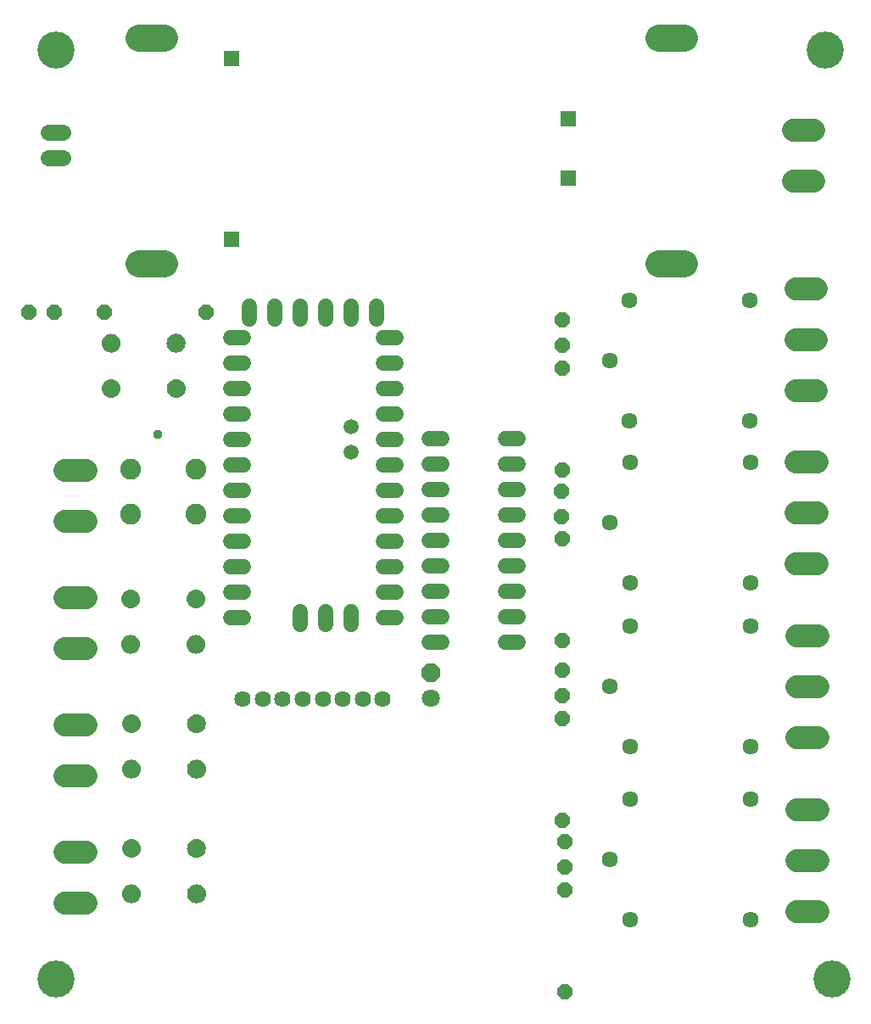
<source format=gbr>
G04 EAGLE Gerber RS-274X export*
G75*
%MOMM*%
%FSLAX34Y34*%
%LPD*%
%INSoldermask Bottom*%
%IPPOS*%
%AMOC8*
5,1,8,0,0,1.08239X$1,22.5*%
G01*
%ADD10C,3.703200*%
%ADD11P,1.951982X8X112.500000*%
%ADD12C,1.803400*%
%ADD13C,2.743200*%
%ADD14P,1.649562X8X112.500000*%
%ADD15P,1.649562X8X292.500000*%
%ADD16C,2.082800*%
%ADD17C,1.625600*%
%ADD18C,1.511200*%
%ADD19C,1.511200*%
%ADD20R,1.511200X1.511200*%
%ADD21C,1.524000*%
%ADD22P,1.649562X8X202.500000*%
%ADD23P,1.649562X8X22.500000*%
%ADD24C,2.298700*%
%ADD25C,1.625600*%
%ADD26C,1.611200*%
%ADD27C,0.959600*%

G36*
X164654Y662818D02*
X164654Y662818D01*
X164675Y662816D01*
X166366Y662968D01*
X166412Y662981D01*
X166488Y662991D01*
X168117Y663470D01*
X168145Y663484D01*
X168166Y663488D01*
X168191Y663502D01*
X168232Y663517D01*
X169736Y664304D01*
X169775Y664333D01*
X169840Y664372D01*
X171162Y665438D01*
X171194Y665474D01*
X171251Y665525D01*
X172340Y666828D01*
X172363Y666869D01*
X172410Y666930D01*
X173223Y668421D01*
X173238Y668466D01*
X173272Y668535D01*
X173779Y670155D01*
X173785Y670203D01*
X173804Y670277D01*
X173985Y671960D01*
X174010Y672158D01*
X174007Y672209D01*
X174011Y672300D01*
X173838Y674009D01*
X173825Y674055D01*
X173813Y674131D01*
X173310Y675773D01*
X173288Y675816D01*
X173262Y675888D01*
X172448Y677401D01*
X172418Y677438D01*
X172378Y677504D01*
X171285Y678828D01*
X171248Y678860D01*
X171197Y678916D01*
X169866Y680002D01*
X169823Y680025D01*
X169762Y680071D01*
X168245Y680876D01*
X168199Y680891D01*
X168130Y680923D01*
X167277Y681179D01*
X166484Y681417D01*
X166437Y681423D01*
X166362Y681441D01*
X164775Y681593D01*
X164758Y681600D01*
X164664Y681641D01*
X164654Y681641D01*
X164646Y681645D01*
X164459Y681656D01*
X162780Y681503D01*
X162733Y681490D01*
X162658Y681480D01*
X161041Y681002D01*
X160998Y680981D01*
X160926Y680956D01*
X159434Y680172D01*
X159396Y680142D01*
X159330Y680104D01*
X158019Y679044D01*
X157988Y679008D01*
X157931Y678957D01*
X156852Y677662D01*
X156828Y677620D01*
X156782Y677559D01*
X155976Y676078D01*
X155961Y676033D01*
X155928Y675964D01*
X155427Y674355D01*
X155421Y674307D01*
X155402Y674233D01*
X155227Y672580D01*
X155180Y672324D01*
X155180Y672302D01*
X155173Y672142D01*
X155358Y670425D01*
X155371Y670378D01*
X155383Y670303D01*
X155899Y668654D01*
X155921Y668611D01*
X155947Y668540D01*
X156775Y667023D01*
X156805Y666985D01*
X156845Y666920D01*
X157953Y665594D01*
X157989Y665563D01*
X158041Y665507D01*
X159386Y664423D01*
X159428Y664400D01*
X159490Y664354D01*
X161021Y663553D01*
X161067Y663539D01*
X161136Y663507D01*
X162793Y663019D01*
X162841Y663014D01*
X162916Y662996D01*
X164384Y662864D01*
X164412Y662848D01*
X164451Y662842D01*
X164488Y662827D01*
X164584Y662822D01*
X164634Y662814D01*
X164654Y662818D01*
G37*
G36*
X99630Y662793D02*
X99630Y662793D01*
X99651Y662791D01*
X101342Y662943D01*
X101388Y662956D01*
X101464Y662966D01*
X103093Y663445D01*
X103121Y663459D01*
X103142Y663463D01*
X103167Y663477D01*
X103208Y663492D01*
X104712Y664279D01*
X104751Y664308D01*
X104816Y664347D01*
X106138Y665413D01*
X106170Y665449D01*
X106227Y665500D01*
X107316Y666803D01*
X107339Y666844D01*
X107386Y666905D01*
X108199Y668396D01*
X108214Y668441D01*
X108248Y668510D01*
X108755Y670130D01*
X108761Y670178D01*
X108780Y670252D01*
X108961Y671935D01*
X108986Y672133D01*
X108983Y672184D01*
X108987Y672275D01*
X108814Y673984D01*
X108801Y674030D01*
X108789Y674106D01*
X108286Y675748D01*
X108264Y675791D01*
X108238Y675863D01*
X107424Y677376D01*
X107394Y677413D01*
X107354Y677479D01*
X106261Y678803D01*
X106224Y678835D01*
X106173Y678891D01*
X104842Y679977D01*
X104799Y680000D01*
X104738Y680046D01*
X103221Y680851D01*
X103175Y680866D01*
X103106Y680898D01*
X102253Y681154D01*
X101460Y681392D01*
X101413Y681398D01*
X101338Y681416D01*
X99751Y681568D01*
X99734Y681575D01*
X99640Y681616D01*
X99630Y681616D01*
X99622Y681620D01*
X99435Y681631D01*
X97756Y681478D01*
X97709Y681465D01*
X97634Y681455D01*
X96017Y680977D01*
X95974Y680956D01*
X95902Y680931D01*
X94410Y680147D01*
X94372Y680117D01*
X94306Y680079D01*
X92995Y679019D01*
X92964Y678983D01*
X92907Y678932D01*
X91828Y677637D01*
X91804Y677595D01*
X91758Y677534D01*
X90952Y676053D01*
X90937Y676008D01*
X90904Y675939D01*
X90403Y674330D01*
X90397Y674282D01*
X90378Y674208D01*
X90203Y672555D01*
X90156Y672299D01*
X90156Y672277D01*
X90149Y672117D01*
X90334Y670400D01*
X90347Y670353D01*
X90359Y670278D01*
X90875Y668629D01*
X90897Y668586D01*
X90923Y668515D01*
X91751Y666998D01*
X91781Y666960D01*
X91821Y666895D01*
X92929Y665569D01*
X92965Y665538D01*
X93017Y665482D01*
X94362Y664398D01*
X94404Y664375D01*
X94466Y664329D01*
X95997Y663528D01*
X96043Y663514D01*
X96112Y663482D01*
X97769Y662994D01*
X97817Y662989D01*
X97892Y662971D01*
X99360Y662839D01*
X99388Y662823D01*
X99427Y662817D01*
X99464Y662802D01*
X99560Y662797D01*
X99610Y662789D01*
X99630Y662793D01*
G37*
G36*
X99630Y617555D02*
X99630Y617555D01*
X99651Y617553D01*
X101342Y617705D01*
X101388Y617718D01*
X101464Y617728D01*
X103093Y618207D01*
X103121Y618221D01*
X103142Y618225D01*
X103167Y618239D01*
X103208Y618254D01*
X104712Y619041D01*
X104751Y619070D01*
X104816Y619109D01*
X106138Y620175D01*
X106170Y620211D01*
X106227Y620262D01*
X107316Y621565D01*
X107339Y621606D01*
X107386Y621667D01*
X108199Y623158D01*
X108214Y623203D01*
X108248Y623272D01*
X108755Y624892D01*
X108761Y624940D01*
X108780Y625014D01*
X108961Y626697D01*
X108986Y626895D01*
X108983Y626946D01*
X108987Y627037D01*
X108814Y628746D01*
X108801Y628792D01*
X108789Y628868D01*
X108286Y630510D01*
X108264Y630553D01*
X108238Y630625D01*
X107424Y632138D01*
X107394Y632175D01*
X107354Y632241D01*
X106261Y633565D01*
X106224Y633597D01*
X106173Y633653D01*
X104842Y634739D01*
X104799Y634762D01*
X104738Y634808D01*
X103221Y635613D01*
X103175Y635628D01*
X103106Y635660D01*
X102253Y635916D01*
X101460Y636154D01*
X101413Y636160D01*
X101338Y636178D01*
X99751Y636330D01*
X99734Y636337D01*
X99640Y636378D01*
X99630Y636378D01*
X99622Y636382D01*
X99435Y636393D01*
X97756Y636240D01*
X97709Y636227D01*
X97634Y636217D01*
X96017Y635739D01*
X95974Y635718D01*
X95902Y635693D01*
X94410Y634909D01*
X94372Y634879D01*
X94306Y634841D01*
X92995Y633781D01*
X92964Y633745D01*
X92907Y633694D01*
X91828Y632399D01*
X91804Y632357D01*
X91758Y632296D01*
X90952Y630815D01*
X90937Y630770D01*
X90904Y630701D01*
X90403Y629092D01*
X90397Y629044D01*
X90378Y628970D01*
X90203Y627317D01*
X90156Y627061D01*
X90156Y627039D01*
X90149Y626879D01*
X90334Y625162D01*
X90347Y625115D01*
X90359Y625040D01*
X90875Y623391D01*
X90897Y623348D01*
X90923Y623277D01*
X91751Y621760D01*
X91781Y621722D01*
X91821Y621657D01*
X92929Y620331D01*
X92965Y620300D01*
X93017Y620244D01*
X94362Y619160D01*
X94404Y619137D01*
X94466Y619091D01*
X95997Y618290D01*
X96043Y618276D01*
X96112Y618244D01*
X97769Y617756D01*
X97817Y617751D01*
X97892Y617733D01*
X99360Y617601D01*
X99388Y617585D01*
X99427Y617579D01*
X99464Y617564D01*
X99560Y617559D01*
X99610Y617551D01*
X99630Y617555D01*
G37*
G36*
X164705Y617530D02*
X164705Y617530D01*
X164726Y617528D01*
X166417Y617680D01*
X166463Y617693D01*
X166539Y617703D01*
X168168Y618182D01*
X168196Y618196D01*
X168217Y618200D01*
X168242Y618214D01*
X168283Y618229D01*
X169787Y619016D01*
X169826Y619045D01*
X169891Y619084D01*
X171213Y620150D01*
X171245Y620186D01*
X171302Y620237D01*
X172391Y621540D01*
X172414Y621581D01*
X172461Y621642D01*
X173274Y623133D01*
X173289Y623178D01*
X173323Y623247D01*
X173830Y624867D01*
X173836Y624915D01*
X173855Y624989D01*
X174036Y626672D01*
X174061Y626870D01*
X174058Y626921D01*
X174062Y627012D01*
X173889Y628721D01*
X173876Y628767D01*
X173864Y628843D01*
X173361Y630485D01*
X173339Y630528D01*
X173313Y630600D01*
X172499Y632113D01*
X172469Y632150D01*
X172429Y632216D01*
X171336Y633540D01*
X171299Y633572D01*
X171248Y633628D01*
X169917Y634714D01*
X169874Y634737D01*
X169813Y634783D01*
X168296Y635588D01*
X168250Y635603D01*
X168181Y635635D01*
X167328Y635891D01*
X166535Y636129D01*
X166488Y636135D01*
X166413Y636153D01*
X164826Y636305D01*
X164809Y636312D01*
X164715Y636353D01*
X164705Y636353D01*
X164697Y636357D01*
X164510Y636368D01*
X162831Y636215D01*
X162784Y636202D01*
X162709Y636192D01*
X161092Y635714D01*
X161049Y635693D01*
X160977Y635668D01*
X159485Y634884D01*
X159447Y634854D01*
X159381Y634816D01*
X158070Y633756D01*
X158039Y633720D01*
X157982Y633669D01*
X156903Y632374D01*
X156879Y632332D01*
X156833Y632271D01*
X156027Y630790D01*
X156012Y630745D01*
X155979Y630676D01*
X155478Y629067D01*
X155472Y629019D01*
X155453Y628945D01*
X155278Y627292D01*
X155231Y627036D01*
X155231Y627014D01*
X155224Y626854D01*
X155409Y625137D01*
X155422Y625090D01*
X155434Y625015D01*
X155950Y623366D01*
X155972Y623323D01*
X155998Y623252D01*
X156826Y621735D01*
X156856Y621697D01*
X156896Y621632D01*
X158004Y620306D01*
X158040Y620275D01*
X158092Y620219D01*
X159437Y619135D01*
X159479Y619112D01*
X159541Y619066D01*
X161072Y618265D01*
X161118Y618251D01*
X161187Y618219D01*
X162844Y617731D01*
X162892Y617726D01*
X162967Y617708D01*
X164435Y617576D01*
X164463Y617560D01*
X164502Y617554D01*
X164539Y617539D01*
X164635Y617534D01*
X164685Y617526D01*
X164705Y617530D01*
G37*
G36*
X184339Y407548D02*
X184339Y407548D01*
X184360Y407546D01*
X186051Y407698D01*
X186097Y407711D01*
X186173Y407721D01*
X187802Y408200D01*
X187830Y408214D01*
X187851Y408218D01*
X187876Y408232D01*
X187917Y408247D01*
X189421Y409034D01*
X189460Y409063D01*
X189525Y409102D01*
X190847Y410168D01*
X190879Y410204D01*
X190936Y410255D01*
X192025Y411558D01*
X192048Y411599D01*
X192095Y411660D01*
X192908Y413151D01*
X192923Y413196D01*
X192957Y413265D01*
X193464Y414885D01*
X193470Y414933D01*
X193489Y415007D01*
X193670Y416690D01*
X193695Y416888D01*
X193692Y416939D01*
X193696Y417030D01*
X193523Y418739D01*
X193510Y418785D01*
X193498Y418861D01*
X192995Y420503D01*
X192973Y420546D01*
X192947Y420618D01*
X192133Y422131D01*
X192103Y422168D01*
X192063Y422234D01*
X190970Y423558D01*
X190933Y423590D01*
X190882Y423646D01*
X189551Y424732D01*
X189508Y424755D01*
X189447Y424801D01*
X187930Y425606D01*
X187884Y425621D01*
X187815Y425653D01*
X186962Y425909D01*
X186169Y426147D01*
X186122Y426153D01*
X186047Y426171D01*
X184460Y426323D01*
X184443Y426330D01*
X184349Y426371D01*
X184339Y426371D01*
X184331Y426375D01*
X184144Y426386D01*
X182465Y426233D01*
X182418Y426220D01*
X182343Y426210D01*
X180726Y425732D01*
X180683Y425711D01*
X180611Y425686D01*
X179119Y424902D01*
X179081Y424872D01*
X179015Y424834D01*
X177704Y423774D01*
X177673Y423738D01*
X177616Y423687D01*
X176537Y422392D01*
X176513Y422350D01*
X176467Y422289D01*
X175661Y420808D01*
X175646Y420763D01*
X175613Y420694D01*
X175112Y419085D01*
X175106Y419037D01*
X175087Y418963D01*
X174912Y417310D01*
X174865Y417054D01*
X174865Y417032D01*
X174858Y416872D01*
X175043Y415155D01*
X175056Y415108D01*
X175068Y415033D01*
X175584Y413384D01*
X175606Y413341D01*
X175632Y413270D01*
X176460Y411753D01*
X176490Y411715D01*
X176530Y411650D01*
X177638Y410324D01*
X177674Y410293D01*
X177726Y410237D01*
X179071Y409153D01*
X179113Y409130D01*
X179175Y409084D01*
X180706Y408283D01*
X180752Y408269D01*
X180821Y408237D01*
X182478Y407749D01*
X182526Y407744D01*
X182601Y407726D01*
X184069Y407594D01*
X184097Y407578D01*
X184136Y407572D01*
X184173Y407557D01*
X184269Y407552D01*
X184319Y407544D01*
X184339Y407548D01*
G37*
G36*
X119315Y407523D02*
X119315Y407523D01*
X119336Y407521D01*
X121027Y407673D01*
X121073Y407686D01*
X121149Y407696D01*
X122778Y408175D01*
X122806Y408189D01*
X122827Y408193D01*
X122852Y408207D01*
X122893Y408222D01*
X124397Y409009D01*
X124436Y409038D01*
X124501Y409077D01*
X125823Y410143D01*
X125855Y410179D01*
X125912Y410230D01*
X127001Y411533D01*
X127024Y411574D01*
X127071Y411635D01*
X127884Y413126D01*
X127899Y413171D01*
X127933Y413240D01*
X128440Y414860D01*
X128446Y414908D01*
X128465Y414982D01*
X128646Y416665D01*
X128671Y416863D01*
X128668Y416914D01*
X128672Y417005D01*
X128499Y418714D01*
X128486Y418760D01*
X128474Y418836D01*
X127971Y420478D01*
X127949Y420521D01*
X127923Y420593D01*
X127109Y422106D01*
X127079Y422143D01*
X127039Y422209D01*
X125946Y423533D01*
X125909Y423565D01*
X125858Y423621D01*
X124527Y424707D01*
X124484Y424730D01*
X124423Y424776D01*
X122906Y425581D01*
X122860Y425596D01*
X122791Y425628D01*
X121938Y425884D01*
X121145Y426122D01*
X121098Y426128D01*
X121023Y426146D01*
X119436Y426298D01*
X119419Y426305D01*
X119325Y426346D01*
X119315Y426346D01*
X119307Y426350D01*
X119120Y426361D01*
X117441Y426208D01*
X117394Y426195D01*
X117319Y426185D01*
X115702Y425707D01*
X115659Y425686D01*
X115587Y425661D01*
X114095Y424877D01*
X114057Y424847D01*
X113991Y424809D01*
X112680Y423749D01*
X112649Y423713D01*
X112592Y423662D01*
X111513Y422367D01*
X111489Y422325D01*
X111443Y422264D01*
X110637Y420783D01*
X110622Y420738D01*
X110589Y420669D01*
X110088Y419060D01*
X110082Y419012D01*
X110063Y418938D01*
X109888Y417285D01*
X109841Y417029D01*
X109841Y417007D01*
X109834Y416847D01*
X110019Y415130D01*
X110032Y415083D01*
X110044Y415008D01*
X110560Y413359D01*
X110582Y413316D01*
X110608Y413245D01*
X111436Y411728D01*
X111466Y411690D01*
X111506Y411625D01*
X112614Y410299D01*
X112650Y410268D01*
X112702Y410212D01*
X114047Y409128D01*
X114089Y409105D01*
X114151Y409059D01*
X115682Y408258D01*
X115728Y408244D01*
X115797Y408212D01*
X117454Y407724D01*
X117502Y407719D01*
X117577Y407701D01*
X119045Y407569D01*
X119073Y407553D01*
X119112Y407547D01*
X119149Y407532D01*
X119245Y407527D01*
X119295Y407519D01*
X119315Y407523D01*
G37*
G36*
X119315Y362285D02*
X119315Y362285D01*
X119336Y362283D01*
X121027Y362435D01*
X121073Y362448D01*
X121149Y362458D01*
X122778Y362937D01*
X122806Y362951D01*
X122827Y362955D01*
X122852Y362969D01*
X122893Y362984D01*
X124397Y363771D01*
X124436Y363800D01*
X124501Y363839D01*
X125823Y364905D01*
X125855Y364941D01*
X125912Y364992D01*
X127001Y366295D01*
X127024Y366336D01*
X127071Y366397D01*
X127884Y367888D01*
X127899Y367933D01*
X127933Y368002D01*
X128440Y369622D01*
X128446Y369670D01*
X128465Y369744D01*
X128646Y371427D01*
X128671Y371625D01*
X128668Y371676D01*
X128672Y371767D01*
X128499Y373476D01*
X128486Y373522D01*
X128474Y373598D01*
X127971Y375240D01*
X127949Y375283D01*
X127923Y375355D01*
X127109Y376868D01*
X127079Y376905D01*
X127039Y376971D01*
X125946Y378295D01*
X125909Y378327D01*
X125858Y378383D01*
X124527Y379469D01*
X124484Y379492D01*
X124423Y379538D01*
X122906Y380343D01*
X122860Y380358D01*
X122791Y380390D01*
X121938Y380646D01*
X121145Y380884D01*
X121098Y380890D01*
X121023Y380908D01*
X119436Y381060D01*
X119419Y381067D01*
X119325Y381108D01*
X119315Y381108D01*
X119307Y381112D01*
X119120Y381123D01*
X117441Y380970D01*
X117394Y380957D01*
X117319Y380947D01*
X115702Y380469D01*
X115659Y380448D01*
X115587Y380423D01*
X114095Y379639D01*
X114057Y379609D01*
X113991Y379571D01*
X112680Y378511D01*
X112649Y378475D01*
X112592Y378424D01*
X111513Y377129D01*
X111489Y377087D01*
X111443Y377026D01*
X110637Y375545D01*
X110622Y375500D01*
X110589Y375431D01*
X110088Y373822D01*
X110082Y373774D01*
X110063Y373700D01*
X109888Y372047D01*
X109841Y371791D01*
X109841Y371769D01*
X109834Y371609D01*
X110019Y369892D01*
X110032Y369845D01*
X110044Y369770D01*
X110560Y368121D01*
X110582Y368078D01*
X110608Y368007D01*
X111436Y366490D01*
X111466Y366452D01*
X111506Y366387D01*
X112614Y365061D01*
X112650Y365030D01*
X112702Y364974D01*
X114047Y363890D01*
X114089Y363867D01*
X114151Y363821D01*
X115682Y363020D01*
X115728Y363006D01*
X115797Y362974D01*
X117454Y362486D01*
X117502Y362481D01*
X117577Y362463D01*
X119045Y362331D01*
X119073Y362315D01*
X119112Y362309D01*
X119149Y362294D01*
X119245Y362289D01*
X119295Y362281D01*
X119315Y362285D01*
G37*
G36*
X184390Y362260D02*
X184390Y362260D01*
X184411Y362258D01*
X186102Y362410D01*
X186148Y362423D01*
X186224Y362433D01*
X187853Y362912D01*
X187881Y362926D01*
X187902Y362930D01*
X187927Y362944D01*
X187968Y362959D01*
X189472Y363746D01*
X189511Y363775D01*
X189576Y363814D01*
X190898Y364880D01*
X190930Y364916D01*
X190987Y364967D01*
X192076Y366270D01*
X192099Y366311D01*
X192146Y366372D01*
X192959Y367863D01*
X192974Y367908D01*
X193008Y367977D01*
X193515Y369597D01*
X193521Y369645D01*
X193540Y369719D01*
X193721Y371402D01*
X193746Y371600D01*
X193743Y371651D01*
X193747Y371742D01*
X193574Y373451D01*
X193561Y373497D01*
X193549Y373573D01*
X193046Y375215D01*
X193024Y375258D01*
X192998Y375330D01*
X192184Y376843D01*
X192154Y376880D01*
X192114Y376946D01*
X191021Y378270D01*
X190984Y378302D01*
X190933Y378358D01*
X189602Y379444D01*
X189559Y379467D01*
X189498Y379513D01*
X187981Y380318D01*
X187935Y380333D01*
X187866Y380365D01*
X187013Y380621D01*
X186220Y380859D01*
X186173Y380865D01*
X186098Y380883D01*
X184511Y381035D01*
X184494Y381042D01*
X184400Y381083D01*
X184390Y381083D01*
X184382Y381087D01*
X184195Y381098D01*
X182516Y380945D01*
X182469Y380932D01*
X182394Y380922D01*
X180777Y380444D01*
X180734Y380423D01*
X180662Y380398D01*
X179170Y379614D01*
X179132Y379584D01*
X179066Y379546D01*
X177755Y378486D01*
X177724Y378450D01*
X177667Y378399D01*
X176588Y377104D01*
X176564Y377062D01*
X176518Y377001D01*
X175712Y375520D01*
X175697Y375475D01*
X175664Y375406D01*
X175163Y373797D01*
X175157Y373749D01*
X175138Y373675D01*
X174963Y372022D01*
X174916Y371766D01*
X174916Y371744D01*
X174909Y371584D01*
X175094Y369867D01*
X175107Y369820D01*
X175119Y369745D01*
X175635Y368096D01*
X175657Y368053D01*
X175683Y367982D01*
X176511Y366465D01*
X176541Y366427D01*
X176581Y366362D01*
X177689Y365036D01*
X177725Y365005D01*
X177777Y364949D01*
X179122Y363865D01*
X179164Y363842D01*
X179226Y363796D01*
X180757Y362995D01*
X180803Y362981D01*
X180872Y362949D01*
X182529Y362461D01*
X182577Y362456D01*
X182652Y362438D01*
X184120Y362306D01*
X184148Y362290D01*
X184187Y362284D01*
X184224Y362269D01*
X184320Y362264D01*
X184370Y362256D01*
X184390Y362260D01*
G37*
G36*
X184974Y283088D02*
X184974Y283088D01*
X184995Y283086D01*
X186686Y283238D01*
X186732Y283251D01*
X186808Y283261D01*
X188437Y283740D01*
X188465Y283754D01*
X188486Y283758D01*
X188511Y283772D01*
X188552Y283787D01*
X190056Y284574D01*
X190095Y284603D01*
X190160Y284642D01*
X191482Y285708D01*
X191514Y285744D01*
X191571Y285795D01*
X192660Y287098D01*
X192683Y287139D01*
X192730Y287200D01*
X193543Y288691D01*
X193558Y288736D01*
X193592Y288805D01*
X194099Y290425D01*
X194105Y290473D01*
X194124Y290547D01*
X194305Y292230D01*
X194330Y292428D01*
X194327Y292479D01*
X194331Y292570D01*
X194158Y294279D01*
X194145Y294325D01*
X194133Y294401D01*
X193630Y296043D01*
X193608Y296086D01*
X193582Y296158D01*
X192768Y297671D01*
X192738Y297708D01*
X192698Y297774D01*
X191605Y299098D01*
X191568Y299130D01*
X191517Y299186D01*
X190186Y300272D01*
X190143Y300295D01*
X190082Y300341D01*
X188565Y301146D01*
X188519Y301161D01*
X188450Y301193D01*
X187597Y301449D01*
X186804Y301687D01*
X186757Y301693D01*
X186682Y301711D01*
X185095Y301863D01*
X185078Y301870D01*
X184984Y301911D01*
X184974Y301911D01*
X184966Y301915D01*
X184779Y301926D01*
X183100Y301773D01*
X183053Y301760D01*
X182978Y301750D01*
X181361Y301272D01*
X181318Y301251D01*
X181246Y301226D01*
X179754Y300442D01*
X179716Y300412D01*
X179650Y300374D01*
X178339Y299314D01*
X178308Y299278D01*
X178251Y299227D01*
X177172Y297932D01*
X177148Y297890D01*
X177102Y297829D01*
X176296Y296348D01*
X176281Y296303D01*
X176248Y296234D01*
X175747Y294625D01*
X175741Y294577D01*
X175722Y294503D01*
X175547Y292850D01*
X175500Y292594D01*
X175500Y292572D01*
X175493Y292412D01*
X175678Y290695D01*
X175691Y290648D01*
X175703Y290573D01*
X176219Y288924D01*
X176241Y288881D01*
X176267Y288810D01*
X177095Y287293D01*
X177125Y287255D01*
X177165Y287190D01*
X178273Y285864D01*
X178309Y285833D01*
X178361Y285777D01*
X179706Y284693D01*
X179748Y284670D01*
X179810Y284624D01*
X181341Y283823D01*
X181387Y283809D01*
X181456Y283777D01*
X183113Y283289D01*
X183161Y283284D01*
X183236Y283266D01*
X184704Y283134D01*
X184732Y283118D01*
X184771Y283112D01*
X184808Y283097D01*
X184904Y283092D01*
X184954Y283084D01*
X184974Y283088D01*
G37*
G36*
X119950Y283063D02*
X119950Y283063D01*
X119971Y283061D01*
X121662Y283213D01*
X121708Y283226D01*
X121784Y283236D01*
X123413Y283715D01*
X123441Y283729D01*
X123462Y283733D01*
X123487Y283747D01*
X123528Y283762D01*
X125032Y284549D01*
X125071Y284578D01*
X125136Y284617D01*
X126458Y285683D01*
X126490Y285719D01*
X126547Y285770D01*
X127636Y287073D01*
X127659Y287114D01*
X127706Y287175D01*
X128519Y288666D01*
X128534Y288711D01*
X128568Y288780D01*
X129075Y290400D01*
X129081Y290448D01*
X129100Y290522D01*
X129281Y292205D01*
X129306Y292403D01*
X129303Y292454D01*
X129307Y292545D01*
X129134Y294254D01*
X129121Y294300D01*
X129109Y294376D01*
X128606Y296018D01*
X128584Y296061D01*
X128558Y296133D01*
X127744Y297646D01*
X127714Y297683D01*
X127674Y297749D01*
X126581Y299073D01*
X126544Y299105D01*
X126493Y299161D01*
X125162Y300247D01*
X125119Y300270D01*
X125058Y300316D01*
X123541Y301121D01*
X123495Y301136D01*
X123426Y301168D01*
X122573Y301424D01*
X121780Y301662D01*
X121733Y301668D01*
X121658Y301686D01*
X120071Y301838D01*
X120054Y301845D01*
X119960Y301886D01*
X119950Y301886D01*
X119942Y301890D01*
X119755Y301901D01*
X118076Y301748D01*
X118029Y301735D01*
X117954Y301725D01*
X116337Y301247D01*
X116294Y301226D01*
X116222Y301201D01*
X114730Y300417D01*
X114692Y300387D01*
X114626Y300349D01*
X113315Y299289D01*
X113284Y299253D01*
X113227Y299202D01*
X112148Y297907D01*
X112124Y297865D01*
X112078Y297804D01*
X111272Y296323D01*
X111257Y296278D01*
X111224Y296209D01*
X110723Y294600D01*
X110717Y294552D01*
X110698Y294478D01*
X110523Y292825D01*
X110476Y292569D01*
X110476Y292547D01*
X110469Y292387D01*
X110654Y290670D01*
X110667Y290623D01*
X110679Y290548D01*
X111195Y288899D01*
X111217Y288856D01*
X111243Y288785D01*
X112071Y287268D01*
X112101Y287230D01*
X112141Y287165D01*
X113249Y285839D01*
X113285Y285808D01*
X113337Y285752D01*
X114682Y284668D01*
X114724Y284645D01*
X114786Y284599D01*
X116317Y283798D01*
X116363Y283784D01*
X116432Y283752D01*
X118089Y283264D01*
X118137Y283259D01*
X118212Y283241D01*
X119680Y283109D01*
X119708Y283093D01*
X119747Y283087D01*
X119784Y283072D01*
X119880Y283067D01*
X119930Y283059D01*
X119950Y283063D01*
G37*
G36*
X119950Y237825D02*
X119950Y237825D01*
X119971Y237823D01*
X121662Y237975D01*
X121708Y237988D01*
X121784Y237998D01*
X123413Y238477D01*
X123441Y238491D01*
X123462Y238495D01*
X123487Y238509D01*
X123528Y238524D01*
X125032Y239311D01*
X125071Y239340D01*
X125136Y239379D01*
X126458Y240445D01*
X126490Y240481D01*
X126547Y240532D01*
X127636Y241835D01*
X127659Y241876D01*
X127706Y241937D01*
X128519Y243428D01*
X128534Y243473D01*
X128568Y243542D01*
X129075Y245162D01*
X129081Y245210D01*
X129100Y245284D01*
X129281Y246967D01*
X129306Y247165D01*
X129303Y247216D01*
X129307Y247307D01*
X129134Y249016D01*
X129121Y249062D01*
X129109Y249138D01*
X128606Y250780D01*
X128584Y250823D01*
X128558Y250895D01*
X127744Y252408D01*
X127714Y252445D01*
X127674Y252511D01*
X126581Y253835D01*
X126544Y253867D01*
X126493Y253923D01*
X125162Y255009D01*
X125119Y255032D01*
X125058Y255078D01*
X123541Y255883D01*
X123495Y255898D01*
X123426Y255930D01*
X122573Y256186D01*
X121780Y256424D01*
X121733Y256430D01*
X121658Y256448D01*
X120071Y256600D01*
X120054Y256607D01*
X119960Y256648D01*
X119950Y256648D01*
X119942Y256652D01*
X119755Y256663D01*
X118076Y256510D01*
X118029Y256497D01*
X117954Y256487D01*
X116337Y256009D01*
X116294Y255988D01*
X116222Y255963D01*
X114730Y255179D01*
X114692Y255149D01*
X114626Y255111D01*
X113315Y254051D01*
X113284Y254015D01*
X113227Y253964D01*
X112148Y252669D01*
X112124Y252627D01*
X112078Y252566D01*
X111272Y251085D01*
X111257Y251040D01*
X111224Y250971D01*
X110723Y249362D01*
X110717Y249314D01*
X110698Y249240D01*
X110523Y247587D01*
X110476Y247331D01*
X110476Y247309D01*
X110469Y247149D01*
X110654Y245432D01*
X110667Y245385D01*
X110679Y245310D01*
X111195Y243661D01*
X111217Y243618D01*
X111243Y243547D01*
X112071Y242030D01*
X112101Y241992D01*
X112141Y241927D01*
X113249Y240601D01*
X113285Y240570D01*
X113337Y240514D01*
X114682Y239430D01*
X114724Y239407D01*
X114786Y239361D01*
X116317Y238560D01*
X116363Y238546D01*
X116432Y238514D01*
X118089Y238026D01*
X118137Y238021D01*
X118212Y238003D01*
X119680Y237871D01*
X119708Y237855D01*
X119747Y237849D01*
X119784Y237834D01*
X119880Y237829D01*
X119930Y237821D01*
X119950Y237825D01*
G37*
G36*
X185025Y237800D02*
X185025Y237800D01*
X185046Y237798D01*
X186737Y237950D01*
X186783Y237963D01*
X186859Y237973D01*
X188488Y238452D01*
X188516Y238466D01*
X188537Y238470D01*
X188562Y238484D01*
X188603Y238499D01*
X190107Y239286D01*
X190146Y239315D01*
X190211Y239354D01*
X191533Y240420D01*
X191565Y240456D01*
X191622Y240507D01*
X192711Y241810D01*
X192734Y241851D01*
X192781Y241912D01*
X193594Y243403D01*
X193609Y243448D01*
X193643Y243517D01*
X194150Y245137D01*
X194156Y245185D01*
X194175Y245259D01*
X194356Y246942D01*
X194381Y247140D01*
X194378Y247191D01*
X194382Y247282D01*
X194209Y248991D01*
X194196Y249037D01*
X194184Y249113D01*
X193681Y250755D01*
X193659Y250798D01*
X193633Y250870D01*
X192819Y252383D01*
X192789Y252420D01*
X192749Y252486D01*
X191656Y253810D01*
X191619Y253842D01*
X191568Y253898D01*
X190237Y254984D01*
X190194Y255007D01*
X190133Y255053D01*
X188616Y255858D01*
X188570Y255873D01*
X188501Y255905D01*
X187648Y256161D01*
X186855Y256399D01*
X186808Y256405D01*
X186733Y256423D01*
X185146Y256575D01*
X185129Y256582D01*
X185035Y256623D01*
X185025Y256623D01*
X185017Y256627D01*
X184830Y256638D01*
X183151Y256485D01*
X183104Y256472D01*
X183029Y256462D01*
X181412Y255984D01*
X181369Y255963D01*
X181297Y255938D01*
X179805Y255154D01*
X179767Y255124D01*
X179701Y255086D01*
X178390Y254026D01*
X178359Y253990D01*
X178302Y253939D01*
X177223Y252644D01*
X177199Y252602D01*
X177153Y252541D01*
X176347Y251060D01*
X176332Y251015D01*
X176299Y250946D01*
X175798Y249337D01*
X175792Y249289D01*
X175773Y249215D01*
X175598Y247562D01*
X175551Y247306D01*
X175551Y247284D01*
X175544Y247124D01*
X175729Y245407D01*
X175742Y245360D01*
X175754Y245285D01*
X176270Y243636D01*
X176292Y243593D01*
X176318Y243522D01*
X177146Y242005D01*
X177176Y241967D01*
X177216Y241902D01*
X178324Y240576D01*
X178360Y240545D01*
X178412Y240489D01*
X179757Y239405D01*
X179799Y239382D01*
X179861Y239336D01*
X181392Y238535D01*
X181438Y238521D01*
X181507Y238489D01*
X183164Y238001D01*
X183212Y237996D01*
X183287Y237978D01*
X184755Y237846D01*
X184783Y237830D01*
X184822Y237824D01*
X184859Y237809D01*
X184955Y237804D01*
X185005Y237796D01*
X185025Y237800D01*
G37*
G36*
X184974Y158628D02*
X184974Y158628D01*
X184995Y158626D01*
X186686Y158778D01*
X186732Y158791D01*
X186808Y158801D01*
X188437Y159280D01*
X188465Y159294D01*
X188486Y159298D01*
X188511Y159312D01*
X188552Y159327D01*
X190056Y160114D01*
X190095Y160143D01*
X190160Y160182D01*
X191482Y161248D01*
X191514Y161284D01*
X191571Y161335D01*
X192660Y162638D01*
X192683Y162679D01*
X192730Y162740D01*
X193543Y164231D01*
X193558Y164276D01*
X193592Y164345D01*
X194099Y165965D01*
X194105Y166013D01*
X194124Y166087D01*
X194305Y167770D01*
X194330Y167968D01*
X194327Y168019D01*
X194331Y168110D01*
X194158Y169819D01*
X194145Y169865D01*
X194133Y169941D01*
X193630Y171583D01*
X193608Y171626D01*
X193582Y171698D01*
X192768Y173211D01*
X192738Y173248D01*
X192698Y173314D01*
X191605Y174638D01*
X191568Y174670D01*
X191517Y174726D01*
X190186Y175812D01*
X190143Y175835D01*
X190082Y175881D01*
X188565Y176686D01*
X188519Y176701D01*
X188450Y176733D01*
X187597Y176989D01*
X186804Y177227D01*
X186757Y177233D01*
X186682Y177251D01*
X185095Y177403D01*
X185078Y177410D01*
X184984Y177451D01*
X184974Y177451D01*
X184966Y177455D01*
X184779Y177466D01*
X183100Y177313D01*
X183053Y177300D01*
X182978Y177290D01*
X181361Y176812D01*
X181318Y176791D01*
X181246Y176766D01*
X179754Y175982D01*
X179716Y175952D01*
X179650Y175914D01*
X178339Y174854D01*
X178308Y174818D01*
X178251Y174767D01*
X177172Y173472D01*
X177148Y173430D01*
X177102Y173369D01*
X176296Y171888D01*
X176281Y171843D01*
X176248Y171774D01*
X175747Y170165D01*
X175741Y170117D01*
X175722Y170043D01*
X175547Y168390D01*
X175500Y168134D01*
X175500Y168112D01*
X175493Y167952D01*
X175678Y166235D01*
X175691Y166188D01*
X175703Y166113D01*
X176219Y164464D01*
X176241Y164421D01*
X176267Y164350D01*
X177095Y162833D01*
X177125Y162795D01*
X177165Y162730D01*
X178273Y161404D01*
X178309Y161373D01*
X178361Y161317D01*
X179706Y160233D01*
X179748Y160210D01*
X179810Y160164D01*
X181341Y159363D01*
X181387Y159349D01*
X181456Y159317D01*
X183113Y158829D01*
X183161Y158824D01*
X183236Y158806D01*
X184704Y158674D01*
X184732Y158658D01*
X184771Y158652D01*
X184808Y158637D01*
X184904Y158632D01*
X184954Y158624D01*
X184974Y158628D01*
G37*
G36*
X119950Y158603D02*
X119950Y158603D01*
X119971Y158601D01*
X121662Y158753D01*
X121708Y158766D01*
X121784Y158776D01*
X123413Y159255D01*
X123441Y159269D01*
X123462Y159273D01*
X123487Y159287D01*
X123528Y159302D01*
X125032Y160089D01*
X125071Y160118D01*
X125136Y160157D01*
X126458Y161223D01*
X126490Y161259D01*
X126547Y161310D01*
X127636Y162613D01*
X127659Y162654D01*
X127706Y162715D01*
X128519Y164206D01*
X128534Y164251D01*
X128568Y164320D01*
X129075Y165940D01*
X129081Y165988D01*
X129100Y166062D01*
X129281Y167745D01*
X129306Y167943D01*
X129303Y167994D01*
X129307Y168085D01*
X129134Y169794D01*
X129121Y169840D01*
X129109Y169916D01*
X128606Y171558D01*
X128584Y171601D01*
X128558Y171673D01*
X127744Y173186D01*
X127714Y173223D01*
X127674Y173289D01*
X126581Y174613D01*
X126544Y174645D01*
X126493Y174701D01*
X125162Y175787D01*
X125119Y175810D01*
X125058Y175856D01*
X123541Y176661D01*
X123495Y176676D01*
X123426Y176708D01*
X122573Y176964D01*
X121780Y177202D01*
X121733Y177208D01*
X121658Y177226D01*
X120071Y177378D01*
X120054Y177385D01*
X119960Y177426D01*
X119950Y177426D01*
X119942Y177430D01*
X119755Y177441D01*
X118076Y177288D01*
X118029Y177275D01*
X117954Y177265D01*
X116337Y176787D01*
X116294Y176766D01*
X116222Y176741D01*
X114730Y175957D01*
X114692Y175927D01*
X114626Y175889D01*
X113315Y174829D01*
X113284Y174793D01*
X113227Y174742D01*
X112148Y173447D01*
X112124Y173405D01*
X112078Y173344D01*
X111272Y171863D01*
X111257Y171818D01*
X111224Y171749D01*
X110723Y170140D01*
X110717Y170092D01*
X110698Y170018D01*
X110523Y168365D01*
X110476Y168109D01*
X110476Y168087D01*
X110469Y167927D01*
X110654Y166210D01*
X110667Y166163D01*
X110679Y166088D01*
X111195Y164439D01*
X111217Y164396D01*
X111243Y164325D01*
X112071Y162808D01*
X112101Y162770D01*
X112141Y162705D01*
X113249Y161379D01*
X113285Y161348D01*
X113337Y161292D01*
X114682Y160208D01*
X114724Y160185D01*
X114786Y160139D01*
X116317Y159338D01*
X116363Y159324D01*
X116432Y159292D01*
X118089Y158804D01*
X118137Y158799D01*
X118212Y158781D01*
X119680Y158649D01*
X119708Y158633D01*
X119747Y158627D01*
X119784Y158612D01*
X119880Y158607D01*
X119930Y158599D01*
X119950Y158603D01*
G37*
G36*
X119950Y113365D02*
X119950Y113365D01*
X119971Y113363D01*
X121662Y113515D01*
X121708Y113528D01*
X121784Y113538D01*
X123413Y114017D01*
X123441Y114031D01*
X123462Y114035D01*
X123487Y114049D01*
X123528Y114064D01*
X125032Y114851D01*
X125071Y114880D01*
X125136Y114919D01*
X126458Y115985D01*
X126490Y116021D01*
X126547Y116072D01*
X127636Y117375D01*
X127659Y117416D01*
X127706Y117477D01*
X128519Y118968D01*
X128534Y119013D01*
X128568Y119082D01*
X129075Y120702D01*
X129081Y120750D01*
X129100Y120824D01*
X129281Y122507D01*
X129306Y122705D01*
X129303Y122756D01*
X129307Y122847D01*
X129134Y124556D01*
X129121Y124602D01*
X129109Y124678D01*
X128606Y126320D01*
X128584Y126363D01*
X128558Y126435D01*
X127744Y127948D01*
X127714Y127985D01*
X127674Y128051D01*
X126581Y129375D01*
X126544Y129407D01*
X126493Y129463D01*
X125162Y130549D01*
X125119Y130572D01*
X125058Y130618D01*
X123541Y131423D01*
X123495Y131438D01*
X123426Y131470D01*
X122573Y131726D01*
X121780Y131964D01*
X121733Y131970D01*
X121658Y131988D01*
X120071Y132140D01*
X120054Y132147D01*
X119960Y132188D01*
X119950Y132188D01*
X119942Y132192D01*
X119755Y132203D01*
X118076Y132050D01*
X118029Y132037D01*
X117954Y132027D01*
X116337Y131549D01*
X116294Y131528D01*
X116222Y131503D01*
X114730Y130719D01*
X114692Y130689D01*
X114626Y130651D01*
X113315Y129591D01*
X113284Y129555D01*
X113227Y129504D01*
X112148Y128209D01*
X112124Y128167D01*
X112078Y128106D01*
X111272Y126625D01*
X111257Y126580D01*
X111224Y126511D01*
X110723Y124902D01*
X110717Y124854D01*
X110698Y124780D01*
X110523Y123127D01*
X110476Y122871D01*
X110476Y122849D01*
X110469Y122689D01*
X110654Y120972D01*
X110667Y120925D01*
X110679Y120850D01*
X111195Y119201D01*
X111217Y119158D01*
X111243Y119087D01*
X112071Y117570D01*
X112101Y117532D01*
X112141Y117467D01*
X113249Y116141D01*
X113285Y116110D01*
X113337Y116054D01*
X114682Y114970D01*
X114724Y114947D01*
X114786Y114901D01*
X116317Y114100D01*
X116363Y114086D01*
X116432Y114054D01*
X118089Y113566D01*
X118137Y113561D01*
X118212Y113543D01*
X119680Y113411D01*
X119708Y113395D01*
X119747Y113389D01*
X119784Y113374D01*
X119880Y113369D01*
X119930Y113361D01*
X119950Y113365D01*
G37*
G36*
X185025Y113340D02*
X185025Y113340D01*
X185046Y113338D01*
X186737Y113490D01*
X186783Y113503D01*
X186859Y113513D01*
X188488Y113992D01*
X188516Y114006D01*
X188537Y114010D01*
X188561Y114024D01*
X188603Y114039D01*
X190107Y114826D01*
X190146Y114855D01*
X190211Y114894D01*
X191533Y115960D01*
X191565Y115996D01*
X191622Y116047D01*
X192711Y117350D01*
X192734Y117391D01*
X192781Y117452D01*
X193594Y118943D01*
X193609Y118988D01*
X193643Y119057D01*
X194150Y120677D01*
X194156Y120725D01*
X194175Y120799D01*
X194356Y122482D01*
X194381Y122680D01*
X194378Y122731D01*
X194382Y122822D01*
X194209Y124531D01*
X194196Y124577D01*
X194184Y124653D01*
X193681Y126295D01*
X193659Y126338D01*
X193633Y126410D01*
X192819Y127923D01*
X192789Y127960D01*
X192749Y128026D01*
X191656Y129350D01*
X191619Y129382D01*
X191568Y129438D01*
X190237Y130524D01*
X190194Y130547D01*
X190133Y130593D01*
X188616Y131398D01*
X188570Y131413D01*
X188501Y131445D01*
X187648Y131701D01*
X186855Y131939D01*
X186808Y131945D01*
X186733Y131963D01*
X185146Y132115D01*
X185129Y132122D01*
X185035Y132163D01*
X185025Y132163D01*
X185017Y132167D01*
X184830Y132178D01*
X183151Y132025D01*
X183104Y132012D01*
X183029Y132002D01*
X181412Y131524D01*
X181369Y131503D01*
X181297Y131478D01*
X179805Y130694D01*
X179767Y130664D01*
X179701Y130626D01*
X178390Y129566D01*
X178359Y129530D01*
X178302Y129479D01*
X177223Y128184D01*
X177199Y128142D01*
X177153Y128081D01*
X176347Y126600D01*
X176332Y126555D01*
X176299Y126486D01*
X175798Y124877D01*
X175792Y124829D01*
X175773Y124755D01*
X175598Y123102D01*
X175551Y122846D01*
X175551Y122824D01*
X175544Y122664D01*
X175729Y120947D01*
X175742Y120900D01*
X175754Y120825D01*
X176270Y119176D01*
X176292Y119133D01*
X176318Y119062D01*
X177146Y117545D01*
X177176Y117507D01*
X177216Y117442D01*
X178324Y116116D01*
X178360Y116085D01*
X178412Y116029D01*
X179757Y114945D01*
X179799Y114922D01*
X179861Y114876D01*
X181392Y114075D01*
X181438Y114061D01*
X181507Y114029D01*
X183164Y113541D01*
X183212Y113536D01*
X183287Y113518D01*
X184755Y113386D01*
X184783Y113370D01*
X184822Y113364D01*
X184859Y113349D01*
X184955Y113344D01*
X185005Y113336D01*
X185025Y113340D01*
G37*
D10*
X44450Y965200D03*
X812800Y965200D03*
X819150Y38100D03*
X44450Y38100D03*
D11*
X419100Y343535D03*
D12*
X419100Y318135D03*
D13*
X647065Y751713D02*
X672465Y751713D01*
X672465Y976757D02*
X647065Y976757D01*
X153035Y751713D02*
X127635Y751713D01*
X127635Y976757D02*
X153035Y976757D01*
D14*
X549910Y670560D03*
X549910Y695960D03*
X549275Y499110D03*
X549275Y524510D03*
D15*
X550545Y647700D03*
X550545Y546100D03*
X549910Y476885D03*
X549910Y375285D03*
D16*
X184277Y501269D03*
X119253Y501269D03*
X184277Y546481D03*
X119253Y546481D03*
D17*
X370990Y317500D03*
X350990Y317500D03*
X330990Y317500D03*
X310990Y317500D03*
X290990Y317500D03*
X270990Y317500D03*
X250990Y317500D03*
X230990Y317500D03*
D18*
X238125Y696405D02*
X238125Y709485D01*
X263525Y709485D02*
X263525Y696405D01*
X288925Y696405D02*
X288925Y709485D01*
X314325Y709485D02*
X314325Y696405D01*
X339725Y696405D02*
X339725Y709485D01*
X365125Y709485D02*
X365125Y696405D01*
X231965Y677545D02*
X218885Y677545D01*
X218885Y652145D02*
X231965Y652145D01*
X231965Y626745D02*
X218885Y626745D01*
X218885Y601345D02*
X231965Y601345D01*
X231965Y575945D02*
X218885Y575945D01*
X218885Y550545D02*
X231965Y550545D01*
X231965Y525145D02*
X218885Y525145D01*
X218885Y499745D02*
X231965Y499745D01*
X231965Y474345D02*
X218885Y474345D01*
X218885Y448945D02*
X231965Y448945D01*
X231965Y423545D02*
X218885Y423545D01*
X218885Y398145D02*
X231965Y398145D01*
X371285Y677545D02*
X384365Y677545D01*
X384365Y652145D02*
X371285Y652145D01*
X371285Y626745D02*
X384365Y626745D01*
X384365Y601345D02*
X371285Y601345D01*
X371285Y575945D02*
X384365Y575945D01*
X384365Y550545D02*
X371285Y550545D01*
X371285Y525145D02*
X384365Y525145D01*
X384365Y499745D02*
X371285Y499745D01*
X371285Y474345D02*
X384365Y474345D01*
X384365Y448945D02*
X371285Y448945D01*
X371285Y423545D02*
X384365Y423545D01*
X384365Y398145D02*
X371285Y398145D01*
X339725Y404685D02*
X339725Y391605D01*
X314325Y391605D02*
X314325Y404685D01*
X288925Y404685D02*
X288925Y391605D01*
D19*
X339725Y588645D03*
X339725Y563245D03*
D20*
X555850Y896075D03*
X555850Y837075D03*
X219850Y776075D03*
X219850Y956075D03*
D21*
X416941Y577215D02*
X430149Y577215D01*
X430149Y551815D02*
X416941Y551815D01*
X416941Y424815D02*
X430149Y424815D01*
X430149Y399415D02*
X416941Y399415D01*
X416941Y526415D02*
X430149Y526415D01*
X430149Y501015D02*
X416941Y501015D01*
X416941Y450215D02*
X430149Y450215D01*
X430149Y475615D02*
X416941Y475615D01*
X416941Y374015D02*
X430149Y374015D01*
X493141Y374015D02*
X506349Y374015D01*
X506349Y399415D02*
X493141Y399415D01*
X493141Y424815D02*
X506349Y424815D01*
X506349Y450215D02*
X493141Y450215D01*
X493141Y475615D02*
X506349Y475615D01*
X506349Y501015D02*
X493141Y501015D01*
X493141Y526415D02*
X506349Y526415D01*
X506349Y551815D02*
X493141Y551815D01*
X493141Y577215D02*
X506349Y577215D01*
D15*
X549910Y297815D03*
X549910Y196215D03*
X552450Y127000D03*
X552450Y25400D03*
D14*
X549910Y320675D03*
X549910Y346075D03*
X552450Y149225D03*
X552450Y174625D03*
D22*
X194310Y702945D03*
X92710Y702945D03*
D23*
X17780Y703580D03*
X43180Y703580D03*
D24*
X780098Y834390D02*
X801053Y834390D01*
X801053Y885190D02*
X780098Y885190D01*
D25*
X51562Y882650D02*
X37338Y882650D01*
X37338Y857250D02*
X51562Y857250D01*
D26*
X737295Y594755D03*
X617295Y714755D03*
X597295Y654755D03*
X737295Y714755D03*
X617295Y594755D03*
X737930Y433465D03*
X617930Y553465D03*
X597930Y493465D03*
X737930Y553465D03*
X617930Y433465D03*
X737930Y269635D03*
X617930Y389635D03*
X597930Y329635D03*
X737930Y389635D03*
X617930Y269635D03*
X737930Y96915D03*
X617930Y216915D03*
X597930Y156915D03*
X737930Y216915D03*
X617930Y96915D03*
D24*
X782638Y625475D02*
X803593Y625475D01*
X803593Y676275D02*
X782638Y676275D01*
X782638Y727075D02*
X803593Y727075D01*
X804228Y452755D02*
X783273Y452755D01*
X783273Y503555D02*
X804228Y503555D01*
X804228Y554355D02*
X783273Y554355D01*
X783908Y279400D02*
X804863Y279400D01*
X804863Y330200D02*
X783908Y330200D01*
X783908Y381000D02*
X804863Y381000D01*
X804863Y105410D02*
X783908Y105410D01*
X783908Y156210D02*
X804863Y156210D01*
X804863Y207010D02*
X783908Y207010D01*
X73978Y546100D02*
X53023Y546100D01*
X53023Y495300D02*
X73978Y495300D01*
X73978Y419100D02*
X53023Y419100D01*
X53023Y368300D02*
X73978Y368300D01*
X73978Y292100D02*
X53023Y292100D01*
X53023Y241300D02*
X73978Y241300D01*
X73978Y165100D02*
X53023Y165100D01*
X53023Y114300D02*
X73978Y114300D01*
D27*
X146050Y581025D03*
M02*

</source>
